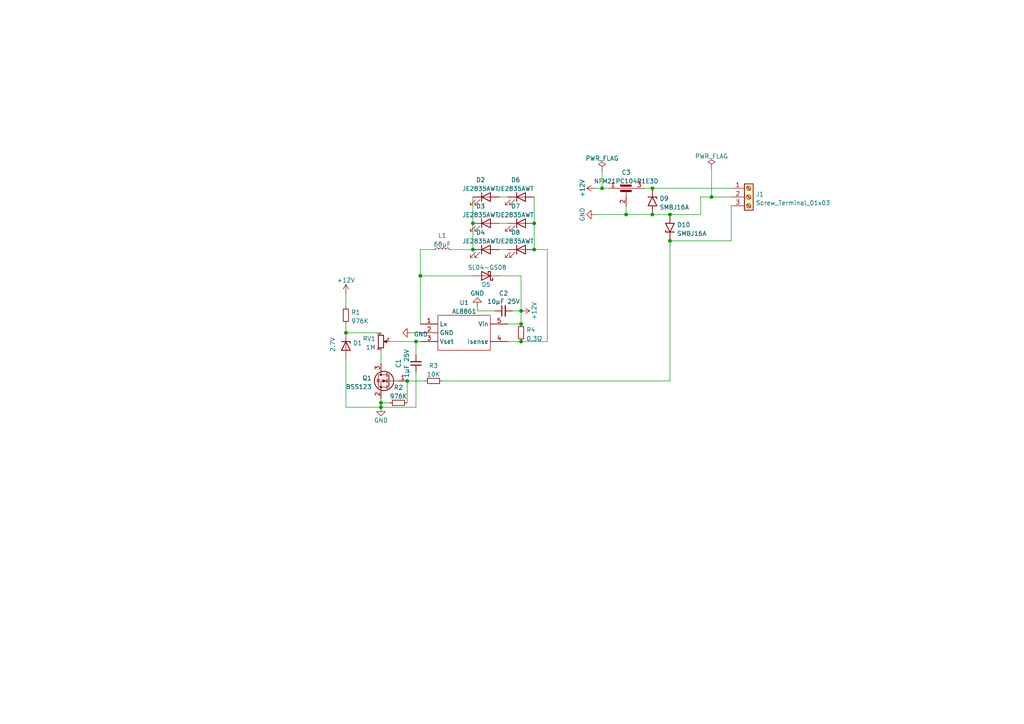
<source format=kicad_sch>
(kicad_sch (version 20211123) (generator eeschema)
  (paper "A4")
  (lib_symbols
    (symbol "Connector:Screw_Terminal_01x03" (pin_names (offset 1.016) hide)
      (property "Reference" "J" (at 0 5.08 0))
      (property "Value" "Screw_Terminal_01x03" (at 0 -5.08 0))
      (symbol "Screw_Terminal_01x03_1_1"
        (rectangle (start -1.27 3.81) (end 1.27 -3.81) (stroke (width 0.254)) (fill (type background)))
        (circle (center 0 -2.54) (radius 0.635) (stroke (width 0.1524)))
        (polyline (pts (xy -0.5334 -2.2098) (xy 0.3302 -3.048)) (stroke (width 0.1524)))
        (polyline (pts (xy -0.5334 0.3302) (xy 0.3302 -0.508)) (stroke (width 0.1524)))
        (polyline (pts (xy -0.5334 2.8702) (xy 0.3302 2.032)) (stroke (width 0.1524)))
        (polyline (pts (xy -0.3556 -2.032) (xy 0.508 -2.8702)) (stroke (width 0.1524)))
        (polyline (pts (xy -0.3556 0.508) (xy 0.508 -0.3302)) (stroke (width 0.1524)))
        (polyline (pts (xy -0.3556 3.048) (xy 0.508 2.2098)) (stroke (width 0.1524)))
        (circle (center 0 0) (radius 0.635) (stroke (width 0.1524)))
        (circle (center 0 2.54) (radius 0.635) (stroke (width 0.1524)))
        (pin passive line (at -5.08 2.54 0) (length 3.81) (name "Pin_1") (number "1"))
        (pin passive line (at -5.08 0 0) (length 3.81) (name "Pin_2") (number "2"))
        (pin passive line (at -5.08 -2.54 0) (length 3.81) (name "Pin_3") (number "3"))
      )
    )
    (symbol "Device:C_Small" (pin_numbers hide) (pin_names (offset 0.254) hide)
      (property "Reference" "C" (at 0.254 1.778 0))
      (property "Value" "C_Small" (at 0.254 -2.032 0))
      (symbol "C_Small_0_1"
        (polyline (pts (xy -1.524 -0.508) (xy 1.524 -0.508)) (stroke (width 0.3302)))
        (polyline (pts (xy -1.524 0.508) (xy 1.524 0.508)) (stroke (width 0.3048)))
      )
      (symbol "C_Small_1_1"
        (pin passive line (at 0 2.54 270) (length 2.032) (name "~") (number "1"))
        (pin passive line (at 0 -2.54 90) (length 2.032) (name "~") (number "2"))
      )
    )
    (symbol "Device:D_Schottky" (pin_numbers hide) (pin_names (offset 1.016) hide)
      (property "Reference" "D" (at 0 2.54 0))
      (property "Value" "D_Schottky" (at 0 -2.54 0))
      (symbol "D_Schottky_0_1"
        (polyline (pts (xy 1.27 0) (xy -1.27 0)))
        (polyline (pts (xy 1.27 1.27) (xy 1.27 -1.27) (xy -1.27 0) (xy 1.27 1.27)) (stroke (width 0.254)))
        (polyline (pts (xy -1.905 0.635) (xy -1.905 1.27) (xy -1.27 1.27) (xy -1.27 -1.27) (xy -0.635 -1.27) (xy -0.635 -0.635)) (stroke (width 0.254)))
      )
      (symbol "D_Schottky_1_1"
        (pin passive line (at -3.81 0 0) (length 2.54) (name "K") (number "1"))
        (pin passive line (at 3.81 0 180) (length 2.54) (name "A") (number "2"))
      )
    )
    (symbol "Device:D_Zener" (pin_numbers hide) (pin_names (offset 1.016) hide)
      (property "Reference" "D" (at 0 2.54 0))
      (property "Value" "D_Zener" (at 0 -2.54 0))
      (symbol "D_Zener_0_1"
        (polyline (pts (xy 1.27 0) (xy -1.27 0)))
        (polyline (pts (xy -1.27 -1.27) (xy -1.27 1.27) (xy -0.762 1.27)) (stroke (width 0.254)))
        (polyline (pts (xy 1.27 -1.27) (xy 1.27 1.27) (xy -1.27 0) (xy 1.27 -1.27)) (stroke (width 0.254)))
      )
      (symbol "D_Zener_1_1"
        (pin passive line (at -3.81 0 0) (length 2.54) (name "K") (number "1"))
        (pin passive line (at 3.81 0 180) (length 2.54) (name "A") (number "2"))
      )
    )
    (symbol "Device:Filter_EMI_C" (pin_names (offset 0.254) hide)
      (property "Reference" "C" (at 0 7.62 0))
      (property "Value" "Filter_EMI_C" (at 0 5.715 0))
      (symbol "Filter_EMI_C_0_1"
        (rectangle (start -1.651 1.524) (end 1.524 2.032) (fill (type outline)))
        (polyline (pts (xy -2.54 2.54) (xy 2.54 2.54)))
        (polyline (pts (xy 0 0) (xy 0 1.778)))
        (rectangle (start 1.524 3.048) (end -1.651 3.556) (fill (type outline)))
      )
      (symbol "Filter_EMI_C_1_1"
        (pin passive line (at -5.08 2.54 0) (length 2.54) (name "1") (number "1"))
        (pin passive line (at 0 -2.54 90) (length 2.54) (name "2") (number "2"))
        (pin passive line (at 5.08 2.54 180) (length 2.54) (name "3") (number "3"))
      )
    )
    (symbol "Device:LED" (pin_numbers hide) (pin_names (offset 1.016) hide)
      (property "Reference" "D" (at 0 2.54 0))
      (property "Value" "LED" (at 0 -2.54 0))
      (symbol "LED_0_1"
        (polyline (pts (xy -1.27 -1.27) (xy -1.27 1.27)) (stroke (width 0.254)))
        (polyline (pts (xy -1.27 0) (xy 1.27 0)))
        (polyline (pts (xy 1.27 -1.27) (xy 1.27 1.27) (xy -1.27 0) (xy 1.27 -1.27)) (stroke (width 0.254)))
        (polyline (pts (xy -3.048 -0.762) (xy -4.572 -2.286) (xy -3.81 -2.286) (xy -4.572 -2.286) (xy -4.572 -1.524)))
        (polyline (pts (xy -1.778 -0.762) (xy -3.302 -2.286) (xy -2.54 -2.286) (xy -3.302 -2.286) (xy -3.302 -1.524)))
      )
      (symbol "LED_1_1"
        (pin passive line (at -3.81 0 0) (length 2.54) (name "K") (number "1"))
        (pin passive line (at 3.81 0 180) (length 2.54) (name "A") (number "2"))
      )
    )
    (symbol "Device:L_Small" (pin_numbers hide) (pin_names (offset 0.254) hide)
      (property "Reference" "L" (at 0.762 1.016 0))
      (property "Value" "L_Small" (at 0.762 -1.016 0))
      (symbol "L_Small_0_1"
        (arc (start 0 -2.032) (mid 0.508 -1.524) (end 0 -1.016))
        (arc (start 0 -1.016) (mid 0.508 -0.508) (end 0 0))
        (arc (start 0 0) (mid 0.508 0.508) (end 0 1.016))
        (arc (start 0 1.016) (mid 0.508 1.524) (end 0 2.032))
      )
      (symbol "L_Small_1_1"
        (pin passive line (at 0 2.54 270) (length 0.508) (name "~") (number "1"))
        (pin passive line (at 0 -2.54 90) (length 0.508) (name "~") (number "2"))
      )
    )
    (symbol "Device:Q_NMOS_GSD" (pin_names (offset 0) hide)
      (property "Reference" "Q" (at 5.08 1.27 0))
      (property "Value" "Q_NMOS_GSD" (at 5.08 -1.27 0))
      (symbol "Q_NMOS_GSD_0_1"
        (polyline (pts (xy 0.254 0) (xy -2.54 0)))
        (polyline (pts (xy 0.254 1.905) (xy 0.254 -1.905)) (stroke (width 0.254)))
        (polyline (pts (xy 0.762 -1.27) (xy 0.762 -2.286)) (stroke (width 0.254)))
        (polyline (pts (xy 0.762 0.508) (xy 0.762 -0.508)) (stroke (width 0.254)))
        (polyline (pts (xy 0.762 2.286) (xy 0.762 1.27)) (stroke (width 0.254)))
        (polyline (pts (xy 2.54 2.54) (xy 2.54 1.778)))
        (polyline (pts (xy 2.54 -2.54) (xy 2.54 0) (xy 0.762 0)))
        (polyline (pts (xy 0.762 -1.778) (xy 3.302 -1.778) (xy 3.302 1.778) (xy 0.762 1.778)))
        (polyline (pts (xy 1.016 0) (xy 2.032 0.381) (xy 2.032 -0.381) (xy 1.016 0)) (fill (type outline)))
        (polyline (pts (xy 2.794 0.508) (xy 2.921 0.381) (xy 3.683 0.381) (xy 3.81 0.254)))
        (polyline (pts (xy 3.302 0.381) (xy 2.921 -0.254) (xy 3.683 -0.254) (xy 3.302 0.381)))
        (circle (center 1.651 0) (radius 2.794) (stroke (width 0.254)))
        (circle (center 2.54 -1.778) (radius 0.254) (fill (type outline)))
        (circle (center 2.54 1.778) (radius 0.254) (fill (type outline)))
      )
      (symbol "Q_NMOS_GSD_1_1"
        (pin input line (at -5.08 0 0) (length 2.54) (name "G") (number "1"))
        (pin passive line (at 2.54 -5.08 90) (length 2.54) (name "S") (number "2"))
        (pin passive line (at 2.54 5.08 270) (length 2.54) (name "D") (number "3"))
      )
    )
    (symbol "Device:R_Potentiometer_Small" (pin_names (offset 1.016) hide)
      (property "Reference" "RV" (at -4.445 0 90))
      (property "Value" "R_Potentiometer_Small" (at -2.54 0 90))
      (symbol "R_Potentiometer_Small_0_1"
        (polyline (pts (xy 0.889 0) (xy 0.635 0) (xy 1.651 0.381) (xy 1.651 -0.381) (xy 0.635 0) (xy 0.889 0)) (fill (type outline)))
        (rectangle (start 0.762 1.8034) (end -0.762 -1.8034) (stroke (width 0.254)))
      )
      (symbol "R_Potentiometer_Small_1_1"
        (pin passive line (at 0 2.54 270) (length 0.635) (name "1") (number "1"))
        (pin passive line (at 2.54 0 180) (length 0.9906) (name "2") (number "2"))
        (pin passive line (at 0 -2.54 90) (length 0.635) (name "3") (number "3"))
      )
    )
    (symbol "Device:R_Small" (pin_numbers hide) (pin_names (offset 0.254) hide)
      (property "Reference" "R" (at 0.762 0.508 0))
      (property "Value" "R_Small" (at 0.762 -1.016 0))
      (symbol "R_Small_0_1"
        (rectangle (start -0.762 1.778) (end 0.762 -1.778) (stroke (width 0.2032)))
      )
      (symbol "R_Small_1_1"
        (pin passive line (at 0 2.54 270) (length 0.762) (name "~") (number "1"))
        (pin passive line (at 0 -2.54 90) (length 0.762) (name "~") (number "2"))
      )
    )
    (symbol "Diode:1.5KExxA" (pin_numbers hide) (pin_names (offset 1.016) hide)
      (property "Reference" "D" (at 0 2.54 0))
      (property "Value" "1.5KExxA" (at 0 -2.54 0))
      (symbol "1.5KExxA_0_1"
        (polyline (pts (xy -0.762 1.27) (xy -1.27 1.27) (xy -1.27 -1.27)) (stroke (width 0.254)))
        (polyline (pts (xy 1.27 1.27) (xy 1.27 -1.27) (xy -1.27 0) (xy 1.27 1.27)) (stroke (width 0.254)))
      )
      (symbol "1.5KExxA_1_1"
        (pin passive line (at -3.81 0 0) (length 2.54) (name "A1") (number "1"))
        (pin passive line (at 3.81 0 180) (length 2.54) (name "A2") (number "2"))
      )
    )
    (symbol "power:+12V" (power) (pin_names (offset 0))
      (property "Value" "+12V" (at 0 3.556 0))
      (symbol "+12V_0_1"
        (polyline (pts (xy -0.762 1.27) (xy 0 2.54)))
        (polyline (pts (xy 0 0) (xy 0 2.54)))
        (polyline (pts (xy 0 2.54) (xy 0.762 1.27)))
      )
      (symbol "+12V_1_1"
        (pin power_in line (at 0 0 90) (length 0) hide (name "+12V") (number "1"))
      )
    )
    (symbol "power:GND" (power) (pin_names (offset 0))
      (property "Value" "GND" (at 0 -3.81 0))
      (symbol "GND_0_1"
        (polyline (pts (xy 0 0) (xy 0 -1.27) (xy 1.27 -1.27) (xy 0 -2.54) (xy -1.27 -1.27) (xy 0 -1.27)))
      )
      (symbol "GND_1_1"
        (pin power_in line (at 0 0 270) (length 0) hide (name "GND") (number "1"))
      )
    )
    (symbol "power:PWR_FLAG" (power) (pin_numbers hide) (pin_names (offset 0) hide)
      (property "Value" "PWR_FLAG" (at 0 3.81 0))
      (symbol "PWR_FLAG_0_0"
        (pin power_out line (at 0 0 90) (length 0) (name "pwr") (number "1"))
      )
      (symbol "PWR_FLAG_0_1"
        (polyline (pts (xy 0 0) (xy 0 1.27) (xy -1.016 1.905) (xy 0 2.54) (xy 1.016 1.905) (xy 0 1.27)))
      )
    )
    (symbol "regul-local:AL8861"
      (property "Reference" "U" (at 0 -6.35 0))
      (property "Value" "AL8861" (at 0 6.35 0))
      (symbol "AL8861_0_1"
        (rectangle (start -7.62 5.08) (end 7.62 -5.08) (stroke (width 0.1524)))
      )
      (symbol "AL8861_1_1"
        (pin input line (at -12.7 2.54 0) (length 5.08) (name "Lx") (number "1"))
        (pin power_in line (at -12.7 0 0) (length 5.08) (name "GND") (number "2"))
        (pin bidirectional line (at -12.7 -2.54 0) (length 5.08) (name "Vset") (number "3"))
        (pin bidirectional line (at 12.7 -2.54 180) (length 5.08) (name "Isense") (number "4"))
        (pin power_in line (at 12.7 2.54 180) (length 5.08) (name "Vin") (number "5"))
      )
    )
  )
  (junction (at 181.61 62.23))
  (junction (at 110.49 116.84))
  (junction (at 151.13 90.17))
  (junction (at 121.92 80.01))
  (junction (at 154.94 64.77))
  (junction (at 189.23 54.61))
  (junction (at 118.11 110.49))
  (junction (at 151.13 99.06))
  (junction (at 110.49 118.11))
  (junction (at 194.31 69.85))
  (junction (at 100.33 96.52))
  (junction (at 194.31 62.23))
  (junction (at 120.65 99.06))
  (junction (at 137.16 64.77))
  (junction (at 151.13 93.98))
  (junction (at 189.23 62.23))
  (junction (at 206.375 57.15))
  (junction (at 174.625 54.61))
  (junction (at 154.94 72.39))
  (junction (at 137.16 72.39))
  (wire (pts (xy 118.11 110.49) (xy 123.19 110.49)))
  (wire (pts (xy 203.2 62.23) (xy 203.2 57.15)))
  (wire (pts (xy 158.75 99.06) (xy 151.13 99.06)))
  (wire (pts (xy 121.92 80.01) (xy 137.16 80.01)))
  (wire (pts (xy 154.94 64.77) (xy 154.94 72.39)))
  (wire (pts (xy 206.375 57.15) (xy 212.09 57.15)))
  (wire (pts (xy 110.49 116.84) (xy 110.49 118.11)))
  (wire (pts (xy 147.32 99.06) (xy 151.13 99.06)))
  (wire (pts (xy 121.92 80.01) (xy 121.92 93.98)))
  (wire (pts (xy 194.31 69.85) (xy 212.09 69.85)))
  (wire (pts (xy 110.49 115.57) (xy 110.49 116.84)))
  (wire (pts (xy 143.51 90.17) (xy 138.43 90.17)))
  (wire (pts (xy 189.23 62.23) (xy 194.31 62.23)))
  (wire (pts (xy 158.75 72.39) (xy 154.94 72.39)))
  (wire (pts (xy 120.65 99.06) (xy 120.65 102.87)))
  (wire (pts (xy 189.23 54.61) (xy 212.09 54.61)))
  (wire (pts (xy 120.65 107.95) (xy 120.65 118.11)))
  (wire (pts (xy 174.625 54.61) (xy 176.53 54.61)))
  (wire (pts (xy 174.625 49.53) (xy 174.625 54.61)))
  (wire (pts (xy 119.38 96.52) (xy 121.92 96.52)))
  (wire (pts (xy 100.33 104.14) (xy 100.33 118.11)))
  (wire (pts (xy 147.32 93.98) (xy 151.13 93.98)))
  (wire (pts (xy 181.61 59.69) (xy 181.61 62.23)))
  (wire (pts (xy 110.49 118.11) (xy 120.65 118.11)))
  (wire (pts (xy 181.61 62.23) (xy 189.23 62.23)))
  (wire (pts (xy 144.78 64.77) (xy 147.32 64.77)))
  (wire (pts (xy 151.13 80.01) (xy 151.13 90.17)))
  (wire (pts (xy 100.33 85.09) (xy 100.33 88.9)))
  (wire (pts (xy 154.94 57.15) (xy 154.94 64.77)))
  (wire (pts (xy 110.49 101.6) (xy 110.49 105.41)))
  (wire (pts (xy 148.59 90.17) (xy 151.13 90.17)))
  (wire (pts (xy 121.92 72.39) (xy 125.73 72.39)))
  (wire (pts (xy 144.78 57.15) (xy 147.32 57.15)))
  (wire (pts (xy 172.72 62.23) (xy 181.61 62.23)))
  (wire (pts (xy 118.11 110.49) (xy 118.11 116.84)))
  (wire (pts (xy 110.49 116.84) (xy 113.03 116.84)))
  (wire (pts (xy 151.13 90.17) (xy 151.13 93.98)))
  (wire (pts (xy 194.31 62.23) (xy 203.2 62.23)))
  (wire (pts (xy 128.27 110.49) (xy 194.31 110.49)))
  (wire (pts (xy 203.2 57.15) (xy 206.375 57.15)))
  (wire (pts (xy 151.13 80.01) (xy 144.78 80.01)))
  (wire (pts (xy 212.09 69.85) (xy 212.09 59.69)))
  (wire (pts (xy 121.92 72.39) (xy 121.92 80.01)))
  (wire (pts (xy 172.72 54.61) (xy 174.625 54.61)))
  (wire (pts (xy 130.81 72.39) (xy 137.16 72.39)))
  (wire (pts (xy 158.75 72.39) (xy 158.75 99.06)))
  (wire (pts (xy 113.03 99.06) (xy 120.65 99.06)))
  (wire (pts (xy 110.49 96.52) (xy 100.33 96.52)))
  (wire (pts (xy 137.16 64.77) (xy 137.16 72.39)))
  (wire (pts (xy 186.69 54.61) (xy 189.23 54.61)))
  (wire (pts (xy 138.43 90.17) (xy 138.43 88.9)))
  (wire (pts (xy 144.78 72.39) (xy 147.32 72.39)))
  (wire (pts (xy 100.33 93.98) (xy 100.33 96.52)))
  (wire (pts (xy 206.375 48.895) (xy 206.375 57.15)))
  (wire (pts (xy 110.49 118.11) (xy 100.33 118.11)))
  (wire (pts (xy 120.65 99.06) (xy 121.92 99.06)))
  (wire (pts (xy 194.31 110.49) (xy 194.31 69.85)))
  (wire (pts (xy 137.16 57.15) (xy 137.16 64.77)))
  (symbol (lib_id "power:+12V") (at 100.33 85.09 0) (unit 1)
    (property "Reference" "#PWR01" (effects hide))
    (property "Value" "+12V" (at 100.33 81.28 0))
  )
  (symbol (lib_id "Device:R_Small") (at 151.13 96.52 180) (unit 1)
    (property "Reference" "R4" (at 152.6286 95.6853 0) (effects (justify right)))
    (property "Value" "0.3Ω" (at 152.6286 98.2222 0) (effects (justify right)))
    (property "Footprint" "Resistor_SMD:R_1206_3216Metric_Pad1.30x1.75mm_HandSolder" (effects hide))
    (property "P/N" " MFHA1206R3000FC " (effects hide))
  )
  (symbol (lib_id "Device:C_Small") (at 146.05 90.17 90) (unit 1)
    (property "Reference" "C2" (at 146.05 85.09 90))
    (property "Value" "10µF 25V" (at 146.0563 87.445 90))
    (property "Footprint" "Capacitor_SMD:C_1210_3225Metric_Pad1.33x2.70mm_HandSolder" (effects hide))
  )
  (symbol (lib_id "power:GND") (at 138.43 88.9 180) (unit 1)
    (property "Reference" "#PWR04" (effects hide))
    (property "Value" "GND" (at 138.43 85.09 0))
  )
  (symbol (lib_id "Device:R_Potentiometer_Small") (at 110.49 99.06 0) (unit 1)
    (property "Reference" "RV1" (at 108.9661 98.2253 0) (effects (justify right)))
    (property "Value" "1M" (at 108.9661 100.7622 0) (effects (justify right)))
    (property "Footprint" "Potentiometer_THT:Potentiometer_Piher_PT-10-V10_Vertical" (effects hide))
    (property "P/N" "pt10lv10-105a2020-s" (effects hide))
  )
  (symbol (lib_id "Device:L_Small") (at 128.27 72.39 90) (unit 1)
    (property "Reference" "L1" (at 128.27 68.3092 90))
    (property "Value" "68µF" (at 128.27 70.8461 90))
    (property "Footprint" "Inductor_SMD:L_Taiyo-Yuden_NR-80xx_HandSoldering" (effects hide))
    (property "P/N" "NR8040T680M" (effects hide))
  )
  (symbol (lib_id "Device:D_Zener") (at 100.33 100.33 270) (unit 1)
    (property "Reference" "D1" (at 102.362 99.4953 90) (effects (justify left)))
    (property "Value" "2.7V" (at 96.52 97.79 0) (effects (justify left)))
    (property "Footprint" "Diode_SMD:D_SC-80_HandSoldering" (effects hide))
    (property "P/N" " ZMM5223B  2.7V" (effects hide))
  )
  (symbol (lib_id "Device:LED") (at 151.13 57.15 0) (unit 1)
    (property "Reference" "D6" (at 149.5425 52.1802 0))
    (property "Value" "JE2835AWT" (at 149.5425 54.7171 0))
    (property "Footprint" "LED_SMD:LED_PLCC_2835_Handsoldering" (effects hide))
    (property "P/N" "JE2835AWT-00-0000-000A0HG940E" (effects hide))
  )
  (symbol (lib_id "power:GND") (at 119.38 96.52 270) (unit 1)
    (property "Reference" "#PWR03" (effects hide))
    (property "Value" "GND" (at 120.015 96.9538 90) (effects (justify left)))
  )
  (symbol (lib_id "Device:LED") (at 140.97 57.15 0) (unit 1)
    (property "Reference" "D2" (at 139.3825 52.1802 0))
    (property "Value" "JE2835AWT" (at 139.3825 54.7171 0))
    (property "Footprint" "LED_SMD:LED_PLCC_2835_Handsoldering" (effects hide))
    (property "P/N" "JE2835AWT-00-0000-000A0HG940E" (effects hide))
  )
  (symbol (lib_id "Device:LED") (at 151.13 72.39 0) (unit 1)
    (property "Reference" "D8" (at 149.5425 67.4202 0))
    (property "Value" "JE2835AWT" (at 149.5425 69.9571 0))
    (property "Footprint" "LED_SMD:LED_PLCC_2835_Handsoldering" (effects hide))
    (property "P/N" "JE2835AWT-00-0000-000A0HG940E" (effects hide))
  )
  (symbol (lib_id "Device:C_Small") (at 120.65 105.41 180) (unit 1)
    (property "Reference" "C1" (at 115.57 105.41 90))
    (property "Value" "1µF 25V" (at 117.925 105.4037 90))
    (property "Footprint" "Capacitor_SMD:C_0805_2012Metric_Pad1.18x1.45mm_HandSolder" (effects hide))
  )
  (symbol (lib_id "power:PWR_FLAG") (at 206.375 48.895 0) (unit 1)
    (property "Reference" "#FLG0101" (effects hide))
    (property "Value" "PWR_FLAG" (at 206.375 45.3192 0))
  )
  (symbol (lib_id "Device:R_Small") (at 100.33 91.44 0) (unit 1)
    (property "Reference" "R1" (at 101.8286 90.6053 0) (effects (justify left)))
    (property "Value" "976K" (at 101.8286 93.1422 0) (effects (justify left)))
    (property "Footprint" "Resistor_SMD:R_0603_1608Metric_Pad0.98x0.95mm_HandSolder" (effects hide))
  )
  (symbol (lib_id "power:+12V") (at 172.72 54.61 90) (unit 1)
    (property "Reference" "#PWR06" (effects hide))
    (property "Value" "+12V" (at 168.91 54.61 0))
  )
  (symbol (lib_id "Diode:1.5KExxA") (at 189.23 58.42 270) (unit 1)
    (property "Reference" "D9" (at 191.262 57.5853 90) (effects (justify left)))
    (property "Value" "SMBJ16A" (at 191.262 60.1222 90) (effects (justify left)))
    (property "Footprint" "Diode_SMD:D_SMB_Handsoldering" (effects hide))
    (property "P/N" "SMBJ16A" (effects hide))
  )
  (symbol (lib_id "Device:Q_NMOS_GSD") (at 113.03 110.49 0) (mirror y) (unit 1)
    (property "Reference" "Q1" (at 107.8231 109.6553 0) (effects (justify left)))
    (property "Value" "BSS123" (at 107.8231 112.1922 0) (effects (justify left)))
    (property "Footprint" "Package_TO_SOT_SMD:SOT-23" (effects hide))
    (property "P/N" "BSS123" (effects hide))
  )
  (symbol (lib_id "regul-local:AL8861") (at 134.62 96.52 0) (unit 1)
    (property "Reference" "U1" (at 134.62 87.791 0))
    (property "Value" "AL8861" (at 134.62 90.3279 0))
    (property "Footprint" "Package_TO_SOT_SMD:TSOT-23-5_HandSoldering" (effects hide))
    (property "P/N" "AL8861WT-7" (effects hide))
  )
  (symbol (lib_id "Diode:1.5KExxA") (at 194.31 66.04 90) (unit 1)
    (property "Reference" "D10" (at 196.342 65.2053 90) (effects (justify right)))
    (property "Value" "SMBJ16A" (at 196.342 67.7422 90) (effects (justify right)))
    (property "Footprint" "Diode_SMD:D_SMB_Handsoldering" (effects hide))
    (property "P/N" "SMBJ16A" (effects hide))
  )
  (symbol (lib_id "Connector:Screw_Terminal_01x03") (at 217.17 57.15 0) (unit 1)
    (property "Reference" "J1" (at 219.202 56.3153 0) (effects (justify left)))
    (property "Value" "Screw_Terminal_01x03" (at 219.202 58.8522 0) (effects (justify left)))
    (property "Footprint" "TerminalBlock_TE-Connectivity:TerminalBlock_TE_282834-3_1x03_P2.54mm_Horizontal" (effects hide))
    (property "P/N" "282834-3 (stock)" (effects hide))
  )
  (symbol (lib_id "Device:LED") (at 140.97 72.39 0) (unit 1)
    (property "Reference" "D4" (at 139.3825 67.4202 0))
    (property "Value" "JE2835AWT" (at 139.3825 69.9571 0))
    (property "Footprint" "LED_SMD:LED_PLCC_2835_Handsoldering" (effects hide))
    (property "P/N" "JE2835AWT-00-0000-000A0HG940E" (effects hide))
  )
  (symbol (lib_id "Device:R_Small") (at 115.57 116.84 270) (unit 1)
    (property "Reference" "R2" (at 115.57 112.4036 90))
    (property "Value" "976K" (at 115.57 114.9405 90))
    (property "Footprint" "Resistor_SMD:R_0603_1608Metric_Pad0.98x0.95mm_HandSolder" (effects hide))
    (property "P/N" "stock" (effects hide))
  )
  (symbol (lib_id "Device:LED") (at 140.97 64.77 0) (unit 1)
    (property "Reference" "D3" (at 139.3825 59.8002 0))
    (property "Value" "JE2835AWT" (at 139.3825 62.3371 0))
    (property "Footprint" "LED_SMD:LED_PLCC_2835_Handsoldering" (effects hide))
    (property "P/N" "JE2835AWT-00-0000-000A0HG940E" (effects hide))
  )
  (symbol (lib_id "Device:LED") (at 151.13 64.77 0) (unit 1)
    (property "Reference" "D7" (at 149.5425 59.8002 0))
    (property "Value" "JE2835AWT" (at 149.5425 62.3371 0))
    (property "Footprint" "LED_SMD:LED_PLCC_2835_Handsoldering" (effects hide))
    (property "P/N" "JE2835AWT-00-0000-000A0HG940E" (effects hide))
  )
  (symbol (lib_id "power:GND") (at 172.72 62.23 270) (unit 1)
    (property "Reference" "#PWR07" (effects hide))
    (property "Value" "GND" (at 168.91 62.23 0))
  )
  (symbol (lib_id "Device:D_Schottky") (at 140.97 80.01 180) (unit 1)
    (property "Reference" "D5" (at 140.97 82.55 0))
    (property "Value" "SL04-GS08" (at 141.2875 77.5771 0))
    (property "Footprint" "Diode_SMD:D_SMF" (effects hide))
    (property "P/N" "SL04-GS08" (effects hide))
  )
  (symbol (lib_id "Device:R_Small") (at 125.73 110.49 270) (unit 1)
    (property "Reference" "R3" (at 125.73 106.0536 90))
    (property "Value" "10K" (at 125.73 108.5905 90))
    (property "Footprint" "Resistor_SMD:R_0805_2012Metric_Pad1.20x1.40mm_HandSolder" (effects hide))
  )
  (symbol (lib_id "power:PWR_FLAG") (at 174.625 49.53 0) (unit 1)
    (property "Reference" "#FLG0102" (effects hide))
    (property "Value" "PWR_FLAG" (at 174.625 45.9542 0))
  )
  (symbol (lib_id "Device:Filter_EMI_C") (at 181.61 57.15 0) (unit 1)
    (property "Reference" "C3" (at 181.61 50.0212 0))
    (property "Value" "NFM21PC104R1E3D " (at 181.61 52.5581 0))
    (property "Footprint" "local:C_filter_0805" (effects hide))
    (property "P/N" "NFM21PC104R1E3D " (effects hide))
  )
  (symbol (lib_id "power:+12V") (at 151.13 90.17 270) (unit 1)
    (property "Reference" "#PWR05" (effects hide))
    (property "Value" "+12V" (at 154.94 90.17 0))
  )
  (symbol (lib_id "power:GND") (at 110.49 118.11 0) (unit 1)
    (property "Reference" "#PWR02" (effects hide))
    (property "Value" "GND" (at 110.49 121.92 0))
  )
)
</source>
